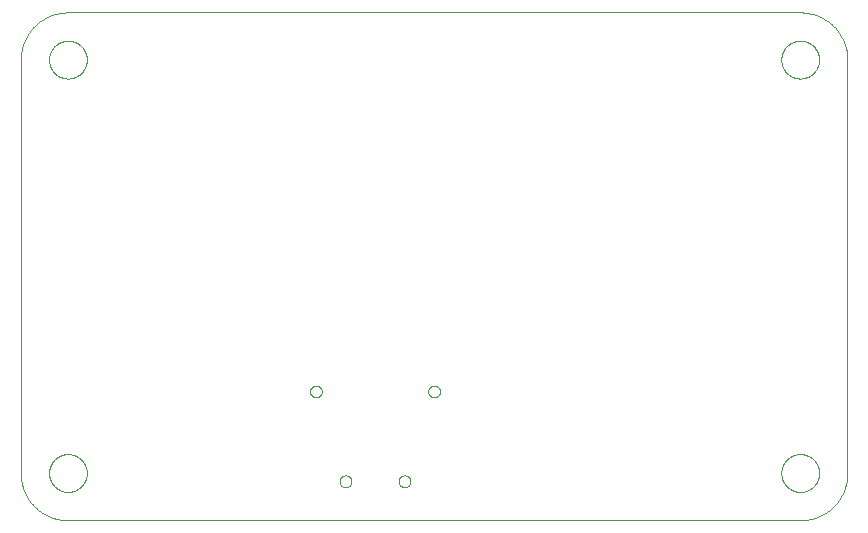
<source format=gko>
G75*
%MOIN*%
%OFA0B0*%
%FSLAX25Y25*%
%IPPOS*%
%LPD*%
%AMOC8*
5,1,8,0,0,1.08239X$1,22.5*
%
%ADD10C,0.00000*%
D10*
X0062843Y0088933D02*
X0306937Y0088933D01*
X0300638Y0104681D02*
X0300640Y0104839D01*
X0300646Y0104997D01*
X0300656Y0105155D01*
X0300670Y0105313D01*
X0300688Y0105470D01*
X0300709Y0105627D01*
X0300735Y0105783D01*
X0300765Y0105939D01*
X0300798Y0106094D01*
X0300836Y0106247D01*
X0300877Y0106400D01*
X0300922Y0106552D01*
X0300971Y0106703D01*
X0301024Y0106852D01*
X0301080Y0107000D01*
X0301140Y0107146D01*
X0301204Y0107291D01*
X0301272Y0107434D01*
X0301343Y0107576D01*
X0301417Y0107716D01*
X0301495Y0107853D01*
X0301577Y0107989D01*
X0301661Y0108123D01*
X0301750Y0108254D01*
X0301841Y0108383D01*
X0301936Y0108510D01*
X0302033Y0108635D01*
X0302134Y0108757D01*
X0302238Y0108876D01*
X0302345Y0108993D01*
X0302455Y0109107D01*
X0302568Y0109218D01*
X0302683Y0109327D01*
X0302801Y0109432D01*
X0302922Y0109534D01*
X0303045Y0109634D01*
X0303171Y0109730D01*
X0303299Y0109823D01*
X0303429Y0109913D01*
X0303562Y0109999D01*
X0303697Y0110083D01*
X0303833Y0110162D01*
X0303972Y0110239D01*
X0304113Y0110311D01*
X0304255Y0110381D01*
X0304399Y0110446D01*
X0304545Y0110508D01*
X0304692Y0110566D01*
X0304841Y0110621D01*
X0304991Y0110672D01*
X0305142Y0110719D01*
X0305294Y0110762D01*
X0305447Y0110801D01*
X0305602Y0110837D01*
X0305757Y0110868D01*
X0305913Y0110896D01*
X0306069Y0110920D01*
X0306226Y0110940D01*
X0306384Y0110956D01*
X0306541Y0110968D01*
X0306700Y0110976D01*
X0306858Y0110980D01*
X0307016Y0110980D01*
X0307174Y0110976D01*
X0307333Y0110968D01*
X0307490Y0110956D01*
X0307648Y0110940D01*
X0307805Y0110920D01*
X0307961Y0110896D01*
X0308117Y0110868D01*
X0308272Y0110837D01*
X0308427Y0110801D01*
X0308580Y0110762D01*
X0308732Y0110719D01*
X0308883Y0110672D01*
X0309033Y0110621D01*
X0309182Y0110566D01*
X0309329Y0110508D01*
X0309475Y0110446D01*
X0309619Y0110381D01*
X0309761Y0110311D01*
X0309902Y0110239D01*
X0310041Y0110162D01*
X0310177Y0110083D01*
X0310312Y0109999D01*
X0310445Y0109913D01*
X0310575Y0109823D01*
X0310703Y0109730D01*
X0310829Y0109634D01*
X0310952Y0109534D01*
X0311073Y0109432D01*
X0311191Y0109327D01*
X0311306Y0109218D01*
X0311419Y0109107D01*
X0311529Y0108993D01*
X0311636Y0108876D01*
X0311740Y0108757D01*
X0311841Y0108635D01*
X0311938Y0108510D01*
X0312033Y0108383D01*
X0312124Y0108254D01*
X0312213Y0108123D01*
X0312297Y0107989D01*
X0312379Y0107853D01*
X0312457Y0107716D01*
X0312531Y0107576D01*
X0312602Y0107434D01*
X0312670Y0107291D01*
X0312734Y0107146D01*
X0312794Y0107000D01*
X0312850Y0106852D01*
X0312903Y0106703D01*
X0312952Y0106552D01*
X0312997Y0106400D01*
X0313038Y0106247D01*
X0313076Y0106094D01*
X0313109Y0105939D01*
X0313139Y0105783D01*
X0313165Y0105627D01*
X0313186Y0105470D01*
X0313204Y0105313D01*
X0313218Y0105155D01*
X0313228Y0104997D01*
X0313234Y0104839D01*
X0313236Y0104681D01*
X0313234Y0104523D01*
X0313228Y0104365D01*
X0313218Y0104207D01*
X0313204Y0104049D01*
X0313186Y0103892D01*
X0313165Y0103735D01*
X0313139Y0103579D01*
X0313109Y0103423D01*
X0313076Y0103268D01*
X0313038Y0103115D01*
X0312997Y0102962D01*
X0312952Y0102810D01*
X0312903Y0102659D01*
X0312850Y0102510D01*
X0312794Y0102362D01*
X0312734Y0102216D01*
X0312670Y0102071D01*
X0312602Y0101928D01*
X0312531Y0101786D01*
X0312457Y0101646D01*
X0312379Y0101509D01*
X0312297Y0101373D01*
X0312213Y0101239D01*
X0312124Y0101108D01*
X0312033Y0100979D01*
X0311938Y0100852D01*
X0311841Y0100727D01*
X0311740Y0100605D01*
X0311636Y0100486D01*
X0311529Y0100369D01*
X0311419Y0100255D01*
X0311306Y0100144D01*
X0311191Y0100035D01*
X0311073Y0099930D01*
X0310952Y0099828D01*
X0310829Y0099728D01*
X0310703Y0099632D01*
X0310575Y0099539D01*
X0310445Y0099449D01*
X0310312Y0099363D01*
X0310177Y0099279D01*
X0310041Y0099200D01*
X0309902Y0099123D01*
X0309761Y0099051D01*
X0309619Y0098981D01*
X0309475Y0098916D01*
X0309329Y0098854D01*
X0309182Y0098796D01*
X0309033Y0098741D01*
X0308883Y0098690D01*
X0308732Y0098643D01*
X0308580Y0098600D01*
X0308427Y0098561D01*
X0308272Y0098525D01*
X0308117Y0098494D01*
X0307961Y0098466D01*
X0307805Y0098442D01*
X0307648Y0098422D01*
X0307490Y0098406D01*
X0307333Y0098394D01*
X0307174Y0098386D01*
X0307016Y0098382D01*
X0306858Y0098382D01*
X0306700Y0098386D01*
X0306541Y0098394D01*
X0306384Y0098406D01*
X0306226Y0098422D01*
X0306069Y0098442D01*
X0305913Y0098466D01*
X0305757Y0098494D01*
X0305602Y0098525D01*
X0305447Y0098561D01*
X0305294Y0098600D01*
X0305142Y0098643D01*
X0304991Y0098690D01*
X0304841Y0098741D01*
X0304692Y0098796D01*
X0304545Y0098854D01*
X0304399Y0098916D01*
X0304255Y0098981D01*
X0304113Y0099051D01*
X0303972Y0099123D01*
X0303833Y0099200D01*
X0303697Y0099279D01*
X0303562Y0099363D01*
X0303429Y0099449D01*
X0303299Y0099539D01*
X0303171Y0099632D01*
X0303045Y0099728D01*
X0302922Y0099828D01*
X0302801Y0099930D01*
X0302683Y0100035D01*
X0302568Y0100144D01*
X0302455Y0100255D01*
X0302345Y0100369D01*
X0302238Y0100486D01*
X0302134Y0100605D01*
X0302033Y0100727D01*
X0301936Y0100852D01*
X0301841Y0100979D01*
X0301750Y0101108D01*
X0301661Y0101239D01*
X0301577Y0101373D01*
X0301495Y0101509D01*
X0301417Y0101646D01*
X0301343Y0101786D01*
X0301272Y0101928D01*
X0301204Y0102071D01*
X0301140Y0102216D01*
X0301080Y0102362D01*
X0301024Y0102510D01*
X0300971Y0102659D01*
X0300922Y0102810D01*
X0300877Y0102962D01*
X0300836Y0103115D01*
X0300798Y0103268D01*
X0300765Y0103423D01*
X0300735Y0103579D01*
X0300709Y0103735D01*
X0300688Y0103892D01*
X0300670Y0104049D01*
X0300656Y0104207D01*
X0300646Y0104365D01*
X0300640Y0104523D01*
X0300638Y0104681D01*
X0306937Y0088933D02*
X0307318Y0088938D01*
X0307698Y0088951D01*
X0308078Y0088974D01*
X0308457Y0089007D01*
X0308835Y0089048D01*
X0309212Y0089098D01*
X0309588Y0089158D01*
X0309963Y0089226D01*
X0310335Y0089304D01*
X0310706Y0089391D01*
X0311074Y0089486D01*
X0311440Y0089591D01*
X0311803Y0089704D01*
X0312164Y0089826D01*
X0312521Y0089956D01*
X0312875Y0090096D01*
X0313226Y0090243D01*
X0313573Y0090400D01*
X0313916Y0090564D01*
X0314255Y0090737D01*
X0314590Y0090918D01*
X0314921Y0091107D01*
X0315246Y0091304D01*
X0315567Y0091508D01*
X0315883Y0091721D01*
X0316193Y0091941D01*
X0316499Y0092168D01*
X0316798Y0092403D01*
X0317092Y0092645D01*
X0317380Y0092893D01*
X0317662Y0093149D01*
X0317937Y0093412D01*
X0318206Y0093681D01*
X0318469Y0093956D01*
X0318725Y0094238D01*
X0318973Y0094526D01*
X0319215Y0094820D01*
X0319450Y0095119D01*
X0319677Y0095425D01*
X0319897Y0095735D01*
X0320110Y0096051D01*
X0320314Y0096372D01*
X0320511Y0096697D01*
X0320700Y0097028D01*
X0320881Y0097363D01*
X0321054Y0097702D01*
X0321218Y0098045D01*
X0321375Y0098392D01*
X0321522Y0098743D01*
X0321662Y0099097D01*
X0321792Y0099454D01*
X0321914Y0099815D01*
X0322027Y0100178D01*
X0322132Y0100544D01*
X0322227Y0100912D01*
X0322314Y0101283D01*
X0322392Y0101655D01*
X0322460Y0102030D01*
X0322520Y0102406D01*
X0322570Y0102783D01*
X0322611Y0103161D01*
X0322644Y0103540D01*
X0322667Y0103920D01*
X0322680Y0104300D01*
X0322685Y0104681D01*
X0322685Y0242476D01*
X0300638Y0242476D02*
X0300640Y0242634D01*
X0300646Y0242792D01*
X0300656Y0242950D01*
X0300670Y0243108D01*
X0300688Y0243265D01*
X0300709Y0243422D01*
X0300735Y0243578D01*
X0300765Y0243734D01*
X0300798Y0243889D01*
X0300836Y0244042D01*
X0300877Y0244195D01*
X0300922Y0244347D01*
X0300971Y0244498D01*
X0301024Y0244647D01*
X0301080Y0244795D01*
X0301140Y0244941D01*
X0301204Y0245086D01*
X0301272Y0245229D01*
X0301343Y0245371D01*
X0301417Y0245511D01*
X0301495Y0245648D01*
X0301577Y0245784D01*
X0301661Y0245918D01*
X0301750Y0246049D01*
X0301841Y0246178D01*
X0301936Y0246305D01*
X0302033Y0246430D01*
X0302134Y0246552D01*
X0302238Y0246671D01*
X0302345Y0246788D01*
X0302455Y0246902D01*
X0302568Y0247013D01*
X0302683Y0247122D01*
X0302801Y0247227D01*
X0302922Y0247329D01*
X0303045Y0247429D01*
X0303171Y0247525D01*
X0303299Y0247618D01*
X0303429Y0247708D01*
X0303562Y0247794D01*
X0303697Y0247878D01*
X0303833Y0247957D01*
X0303972Y0248034D01*
X0304113Y0248106D01*
X0304255Y0248176D01*
X0304399Y0248241D01*
X0304545Y0248303D01*
X0304692Y0248361D01*
X0304841Y0248416D01*
X0304991Y0248467D01*
X0305142Y0248514D01*
X0305294Y0248557D01*
X0305447Y0248596D01*
X0305602Y0248632D01*
X0305757Y0248663D01*
X0305913Y0248691D01*
X0306069Y0248715D01*
X0306226Y0248735D01*
X0306384Y0248751D01*
X0306541Y0248763D01*
X0306700Y0248771D01*
X0306858Y0248775D01*
X0307016Y0248775D01*
X0307174Y0248771D01*
X0307333Y0248763D01*
X0307490Y0248751D01*
X0307648Y0248735D01*
X0307805Y0248715D01*
X0307961Y0248691D01*
X0308117Y0248663D01*
X0308272Y0248632D01*
X0308427Y0248596D01*
X0308580Y0248557D01*
X0308732Y0248514D01*
X0308883Y0248467D01*
X0309033Y0248416D01*
X0309182Y0248361D01*
X0309329Y0248303D01*
X0309475Y0248241D01*
X0309619Y0248176D01*
X0309761Y0248106D01*
X0309902Y0248034D01*
X0310041Y0247957D01*
X0310177Y0247878D01*
X0310312Y0247794D01*
X0310445Y0247708D01*
X0310575Y0247618D01*
X0310703Y0247525D01*
X0310829Y0247429D01*
X0310952Y0247329D01*
X0311073Y0247227D01*
X0311191Y0247122D01*
X0311306Y0247013D01*
X0311419Y0246902D01*
X0311529Y0246788D01*
X0311636Y0246671D01*
X0311740Y0246552D01*
X0311841Y0246430D01*
X0311938Y0246305D01*
X0312033Y0246178D01*
X0312124Y0246049D01*
X0312213Y0245918D01*
X0312297Y0245784D01*
X0312379Y0245648D01*
X0312457Y0245511D01*
X0312531Y0245371D01*
X0312602Y0245229D01*
X0312670Y0245086D01*
X0312734Y0244941D01*
X0312794Y0244795D01*
X0312850Y0244647D01*
X0312903Y0244498D01*
X0312952Y0244347D01*
X0312997Y0244195D01*
X0313038Y0244042D01*
X0313076Y0243889D01*
X0313109Y0243734D01*
X0313139Y0243578D01*
X0313165Y0243422D01*
X0313186Y0243265D01*
X0313204Y0243108D01*
X0313218Y0242950D01*
X0313228Y0242792D01*
X0313234Y0242634D01*
X0313236Y0242476D01*
X0313234Y0242318D01*
X0313228Y0242160D01*
X0313218Y0242002D01*
X0313204Y0241844D01*
X0313186Y0241687D01*
X0313165Y0241530D01*
X0313139Y0241374D01*
X0313109Y0241218D01*
X0313076Y0241063D01*
X0313038Y0240910D01*
X0312997Y0240757D01*
X0312952Y0240605D01*
X0312903Y0240454D01*
X0312850Y0240305D01*
X0312794Y0240157D01*
X0312734Y0240011D01*
X0312670Y0239866D01*
X0312602Y0239723D01*
X0312531Y0239581D01*
X0312457Y0239441D01*
X0312379Y0239304D01*
X0312297Y0239168D01*
X0312213Y0239034D01*
X0312124Y0238903D01*
X0312033Y0238774D01*
X0311938Y0238647D01*
X0311841Y0238522D01*
X0311740Y0238400D01*
X0311636Y0238281D01*
X0311529Y0238164D01*
X0311419Y0238050D01*
X0311306Y0237939D01*
X0311191Y0237830D01*
X0311073Y0237725D01*
X0310952Y0237623D01*
X0310829Y0237523D01*
X0310703Y0237427D01*
X0310575Y0237334D01*
X0310445Y0237244D01*
X0310312Y0237158D01*
X0310177Y0237074D01*
X0310041Y0236995D01*
X0309902Y0236918D01*
X0309761Y0236846D01*
X0309619Y0236776D01*
X0309475Y0236711D01*
X0309329Y0236649D01*
X0309182Y0236591D01*
X0309033Y0236536D01*
X0308883Y0236485D01*
X0308732Y0236438D01*
X0308580Y0236395D01*
X0308427Y0236356D01*
X0308272Y0236320D01*
X0308117Y0236289D01*
X0307961Y0236261D01*
X0307805Y0236237D01*
X0307648Y0236217D01*
X0307490Y0236201D01*
X0307333Y0236189D01*
X0307174Y0236181D01*
X0307016Y0236177D01*
X0306858Y0236177D01*
X0306700Y0236181D01*
X0306541Y0236189D01*
X0306384Y0236201D01*
X0306226Y0236217D01*
X0306069Y0236237D01*
X0305913Y0236261D01*
X0305757Y0236289D01*
X0305602Y0236320D01*
X0305447Y0236356D01*
X0305294Y0236395D01*
X0305142Y0236438D01*
X0304991Y0236485D01*
X0304841Y0236536D01*
X0304692Y0236591D01*
X0304545Y0236649D01*
X0304399Y0236711D01*
X0304255Y0236776D01*
X0304113Y0236846D01*
X0303972Y0236918D01*
X0303833Y0236995D01*
X0303697Y0237074D01*
X0303562Y0237158D01*
X0303429Y0237244D01*
X0303299Y0237334D01*
X0303171Y0237427D01*
X0303045Y0237523D01*
X0302922Y0237623D01*
X0302801Y0237725D01*
X0302683Y0237830D01*
X0302568Y0237939D01*
X0302455Y0238050D01*
X0302345Y0238164D01*
X0302238Y0238281D01*
X0302134Y0238400D01*
X0302033Y0238522D01*
X0301936Y0238647D01*
X0301841Y0238774D01*
X0301750Y0238903D01*
X0301661Y0239034D01*
X0301577Y0239168D01*
X0301495Y0239304D01*
X0301417Y0239441D01*
X0301343Y0239581D01*
X0301272Y0239723D01*
X0301204Y0239866D01*
X0301140Y0240011D01*
X0301080Y0240157D01*
X0301024Y0240305D01*
X0300971Y0240454D01*
X0300922Y0240605D01*
X0300877Y0240757D01*
X0300836Y0240910D01*
X0300798Y0241063D01*
X0300765Y0241218D01*
X0300735Y0241374D01*
X0300709Y0241530D01*
X0300688Y0241687D01*
X0300670Y0241844D01*
X0300656Y0242002D01*
X0300646Y0242160D01*
X0300640Y0242318D01*
X0300638Y0242476D01*
X0306937Y0258224D02*
X0307318Y0258219D01*
X0307698Y0258206D01*
X0308078Y0258183D01*
X0308457Y0258150D01*
X0308835Y0258109D01*
X0309212Y0258059D01*
X0309588Y0257999D01*
X0309963Y0257931D01*
X0310335Y0257853D01*
X0310706Y0257766D01*
X0311074Y0257671D01*
X0311440Y0257566D01*
X0311803Y0257453D01*
X0312164Y0257331D01*
X0312521Y0257201D01*
X0312875Y0257061D01*
X0313226Y0256914D01*
X0313573Y0256757D01*
X0313916Y0256593D01*
X0314255Y0256420D01*
X0314590Y0256239D01*
X0314921Y0256050D01*
X0315246Y0255853D01*
X0315567Y0255649D01*
X0315883Y0255436D01*
X0316193Y0255216D01*
X0316499Y0254989D01*
X0316798Y0254754D01*
X0317092Y0254512D01*
X0317380Y0254264D01*
X0317662Y0254008D01*
X0317937Y0253745D01*
X0318206Y0253476D01*
X0318469Y0253201D01*
X0318725Y0252919D01*
X0318973Y0252631D01*
X0319215Y0252337D01*
X0319450Y0252038D01*
X0319677Y0251732D01*
X0319897Y0251422D01*
X0320110Y0251106D01*
X0320314Y0250785D01*
X0320511Y0250460D01*
X0320700Y0250129D01*
X0320881Y0249794D01*
X0321054Y0249455D01*
X0321218Y0249112D01*
X0321375Y0248765D01*
X0321522Y0248414D01*
X0321662Y0248060D01*
X0321792Y0247703D01*
X0321914Y0247342D01*
X0322027Y0246979D01*
X0322132Y0246613D01*
X0322227Y0246245D01*
X0322314Y0245874D01*
X0322392Y0245502D01*
X0322460Y0245127D01*
X0322520Y0244751D01*
X0322570Y0244374D01*
X0322611Y0243996D01*
X0322644Y0243617D01*
X0322667Y0243237D01*
X0322680Y0242857D01*
X0322685Y0242476D01*
X0306937Y0258224D02*
X0062843Y0258224D01*
X0056544Y0242476D02*
X0056546Y0242634D01*
X0056552Y0242792D01*
X0056562Y0242950D01*
X0056576Y0243108D01*
X0056594Y0243265D01*
X0056615Y0243422D01*
X0056641Y0243578D01*
X0056671Y0243734D01*
X0056704Y0243889D01*
X0056742Y0244042D01*
X0056783Y0244195D01*
X0056828Y0244347D01*
X0056877Y0244498D01*
X0056930Y0244647D01*
X0056986Y0244795D01*
X0057046Y0244941D01*
X0057110Y0245086D01*
X0057178Y0245229D01*
X0057249Y0245371D01*
X0057323Y0245511D01*
X0057401Y0245648D01*
X0057483Y0245784D01*
X0057567Y0245918D01*
X0057656Y0246049D01*
X0057747Y0246178D01*
X0057842Y0246305D01*
X0057939Y0246430D01*
X0058040Y0246552D01*
X0058144Y0246671D01*
X0058251Y0246788D01*
X0058361Y0246902D01*
X0058474Y0247013D01*
X0058589Y0247122D01*
X0058707Y0247227D01*
X0058828Y0247329D01*
X0058951Y0247429D01*
X0059077Y0247525D01*
X0059205Y0247618D01*
X0059335Y0247708D01*
X0059468Y0247794D01*
X0059603Y0247878D01*
X0059739Y0247957D01*
X0059878Y0248034D01*
X0060019Y0248106D01*
X0060161Y0248176D01*
X0060305Y0248241D01*
X0060451Y0248303D01*
X0060598Y0248361D01*
X0060747Y0248416D01*
X0060897Y0248467D01*
X0061048Y0248514D01*
X0061200Y0248557D01*
X0061353Y0248596D01*
X0061508Y0248632D01*
X0061663Y0248663D01*
X0061819Y0248691D01*
X0061975Y0248715D01*
X0062132Y0248735D01*
X0062290Y0248751D01*
X0062447Y0248763D01*
X0062606Y0248771D01*
X0062764Y0248775D01*
X0062922Y0248775D01*
X0063080Y0248771D01*
X0063239Y0248763D01*
X0063396Y0248751D01*
X0063554Y0248735D01*
X0063711Y0248715D01*
X0063867Y0248691D01*
X0064023Y0248663D01*
X0064178Y0248632D01*
X0064333Y0248596D01*
X0064486Y0248557D01*
X0064638Y0248514D01*
X0064789Y0248467D01*
X0064939Y0248416D01*
X0065088Y0248361D01*
X0065235Y0248303D01*
X0065381Y0248241D01*
X0065525Y0248176D01*
X0065667Y0248106D01*
X0065808Y0248034D01*
X0065947Y0247957D01*
X0066083Y0247878D01*
X0066218Y0247794D01*
X0066351Y0247708D01*
X0066481Y0247618D01*
X0066609Y0247525D01*
X0066735Y0247429D01*
X0066858Y0247329D01*
X0066979Y0247227D01*
X0067097Y0247122D01*
X0067212Y0247013D01*
X0067325Y0246902D01*
X0067435Y0246788D01*
X0067542Y0246671D01*
X0067646Y0246552D01*
X0067747Y0246430D01*
X0067844Y0246305D01*
X0067939Y0246178D01*
X0068030Y0246049D01*
X0068119Y0245918D01*
X0068203Y0245784D01*
X0068285Y0245648D01*
X0068363Y0245511D01*
X0068437Y0245371D01*
X0068508Y0245229D01*
X0068576Y0245086D01*
X0068640Y0244941D01*
X0068700Y0244795D01*
X0068756Y0244647D01*
X0068809Y0244498D01*
X0068858Y0244347D01*
X0068903Y0244195D01*
X0068944Y0244042D01*
X0068982Y0243889D01*
X0069015Y0243734D01*
X0069045Y0243578D01*
X0069071Y0243422D01*
X0069092Y0243265D01*
X0069110Y0243108D01*
X0069124Y0242950D01*
X0069134Y0242792D01*
X0069140Y0242634D01*
X0069142Y0242476D01*
X0069140Y0242318D01*
X0069134Y0242160D01*
X0069124Y0242002D01*
X0069110Y0241844D01*
X0069092Y0241687D01*
X0069071Y0241530D01*
X0069045Y0241374D01*
X0069015Y0241218D01*
X0068982Y0241063D01*
X0068944Y0240910D01*
X0068903Y0240757D01*
X0068858Y0240605D01*
X0068809Y0240454D01*
X0068756Y0240305D01*
X0068700Y0240157D01*
X0068640Y0240011D01*
X0068576Y0239866D01*
X0068508Y0239723D01*
X0068437Y0239581D01*
X0068363Y0239441D01*
X0068285Y0239304D01*
X0068203Y0239168D01*
X0068119Y0239034D01*
X0068030Y0238903D01*
X0067939Y0238774D01*
X0067844Y0238647D01*
X0067747Y0238522D01*
X0067646Y0238400D01*
X0067542Y0238281D01*
X0067435Y0238164D01*
X0067325Y0238050D01*
X0067212Y0237939D01*
X0067097Y0237830D01*
X0066979Y0237725D01*
X0066858Y0237623D01*
X0066735Y0237523D01*
X0066609Y0237427D01*
X0066481Y0237334D01*
X0066351Y0237244D01*
X0066218Y0237158D01*
X0066083Y0237074D01*
X0065947Y0236995D01*
X0065808Y0236918D01*
X0065667Y0236846D01*
X0065525Y0236776D01*
X0065381Y0236711D01*
X0065235Y0236649D01*
X0065088Y0236591D01*
X0064939Y0236536D01*
X0064789Y0236485D01*
X0064638Y0236438D01*
X0064486Y0236395D01*
X0064333Y0236356D01*
X0064178Y0236320D01*
X0064023Y0236289D01*
X0063867Y0236261D01*
X0063711Y0236237D01*
X0063554Y0236217D01*
X0063396Y0236201D01*
X0063239Y0236189D01*
X0063080Y0236181D01*
X0062922Y0236177D01*
X0062764Y0236177D01*
X0062606Y0236181D01*
X0062447Y0236189D01*
X0062290Y0236201D01*
X0062132Y0236217D01*
X0061975Y0236237D01*
X0061819Y0236261D01*
X0061663Y0236289D01*
X0061508Y0236320D01*
X0061353Y0236356D01*
X0061200Y0236395D01*
X0061048Y0236438D01*
X0060897Y0236485D01*
X0060747Y0236536D01*
X0060598Y0236591D01*
X0060451Y0236649D01*
X0060305Y0236711D01*
X0060161Y0236776D01*
X0060019Y0236846D01*
X0059878Y0236918D01*
X0059739Y0236995D01*
X0059603Y0237074D01*
X0059468Y0237158D01*
X0059335Y0237244D01*
X0059205Y0237334D01*
X0059077Y0237427D01*
X0058951Y0237523D01*
X0058828Y0237623D01*
X0058707Y0237725D01*
X0058589Y0237830D01*
X0058474Y0237939D01*
X0058361Y0238050D01*
X0058251Y0238164D01*
X0058144Y0238281D01*
X0058040Y0238400D01*
X0057939Y0238522D01*
X0057842Y0238647D01*
X0057747Y0238774D01*
X0057656Y0238903D01*
X0057567Y0239034D01*
X0057483Y0239168D01*
X0057401Y0239304D01*
X0057323Y0239441D01*
X0057249Y0239581D01*
X0057178Y0239723D01*
X0057110Y0239866D01*
X0057046Y0240011D01*
X0056986Y0240157D01*
X0056930Y0240305D01*
X0056877Y0240454D01*
X0056828Y0240605D01*
X0056783Y0240757D01*
X0056742Y0240910D01*
X0056704Y0241063D01*
X0056671Y0241218D01*
X0056641Y0241374D01*
X0056615Y0241530D01*
X0056594Y0241687D01*
X0056576Y0241844D01*
X0056562Y0242002D01*
X0056552Y0242160D01*
X0056546Y0242318D01*
X0056544Y0242476D01*
X0047095Y0242476D02*
X0047100Y0242857D01*
X0047113Y0243237D01*
X0047136Y0243617D01*
X0047169Y0243996D01*
X0047210Y0244374D01*
X0047260Y0244751D01*
X0047320Y0245127D01*
X0047388Y0245502D01*
X0047466Y0245874D01*
X0047553Y0246245D01*
X0047648Y0246613D01*
X0047753Y0246979D01*
X0047866Y0247342D01*
X0047988Y0247703D01*
X0048118Y0248060D01*
X0048258Y0248414D01*
X0048405Y0248765D01*
X0048562Y0249112D01*
X0048726Y0249455D01*
X0048899Y0249794D01*
X0049080Y0250129D01*
X0049269Y0250460D01*
X0049466Y0250785D01*
X0049670Y0251106D01*
X0049883Y0251422D01*
X0050103Y0251732D01*
X0050330Y0252038D01*
X0050565Y0252337D01*
X0050807Y0252631D01*
X0051055Y0252919D01*
X0051311Y0253201D01*
X0051574Y0253476D01*
X0051843Y0253745D01*
X0052118Y0254008D01*
X0052400Y0254264D01*
X0052688Y0254512D01*
X0052982Y0254754D01*
X0053281Y0254989D01*
X0053587Y0255216D01*
X0053897Y0255436D01*
X0054213Y0255649D01*
X0054534Y0255853D01*
X0054859Y0256050D01*
X0055190Y0256239D01*
X0055525Y0256420D01*
X0055864Y0256593D01*
X0056207Y0256757D01*
X0056554Y0256914D01*
X0056905Y0257061D01*
X0057259Y0257201D01*
X0057616Y0257331D01*
X0057977Y0257453D01*
X0058340Y0257566D01*
X0058706Y0257671D01*
X0059074Y0257766D01*
X0059445Y0257853D01*
X0059817Y0257931D01*
X0060192Y0257999D01*
X0060568Y0258059D01*
X0060945Y0258109D01*
X0061323Y0258150D01*
X0061702Y0258183D01*
X0062082Y0258206D01*
X0062462Y0258219D01*
X0062843Y0258224D01*
X0047094Y0242476D02*
X0047094Y0104681D01*
X0056544Y0104681D02*
X0056546Y0104839D01*
X0056552Y0104997D01*
X0056562Y0105155D01*
X0056576Y0105313D01*
X0056594Y0105470D01*
X0056615Y0105627D01*
X0056641Y0105783D01*
X0056671Y0105939D01*
X0056704Y0106094D01*
X0056742Y0106247D01*
X0056783Y0106400D01*
X0056828Y0106552D01*
X0056877Y0106703D01*
X0056930Y0106852D01*
X0056986Y0107000D01*
X0057046Y0107146D01*
X0057110Y0107291D01*
X0057178Y0107434D01*
X0057249Y0107576D01*
X0057323Y0107716D01*
X0057401Y0107853D01*
X0057483Y0107989D01*
X0057567Y0108123D01*
X0057656Y0108254D01*
X0057747Y0108383D01*
X0057842Y0108510D01*
X0057939Y0108635D01*
X0058040Y0108757D01*
X0058144Y0108876D01*
X0058251Y0108993D01*
X0058361Y0109107D01*
X0058474Y0109218D01*
X0058589Y0109327D01*
X0058707Y0109432D01*
X0058828Y0109534D01*
X0058951Y0109634D01*
X0059077Y0109730D01*
X0059205Y0109823D01*
X0059335Y0109913D01*
X0059468Y0109999D01*
X0059603Y0110083D01*
X0059739Y0110162D01*
X0059878Y0110239D01*
X0060019Y0110311D01*
X0060161Y0110381D01*
X0060305Y0110446D01*
X0060451Y0110508D01*
X0060598Y0110566D01*
X0060747Y0110621D01*
X0060897Y0110672D01*
X0061048Y0110719D01*
X0061200Y0110762D01*
X0061353Y0110801D01*
X0061508Y0110837D01*
X0061663Y0110868D01*
X0061819Y0110896D01*
X0061975Y0110920D01*
X0062132Y0110940D01*
X0062290Y0110956D01*
X0062447Y0110968D01*
X0062606Y0110976D01*
X0062764Y0110980D01*
X0062922Y0110980D01*
X0063080Y0110976D01*
X0063239Y0110968D01*
X0063396Y0110956D01*
X0063554Y0110940D01*
X0063711Y0110920D01*
X0063867Y0110896D01*
X0064023Y0110868D01*
X0064178Y0110837D01*
X0064333Y0110801D01*
X0064486Y0110762D01*
X0064638Y0110719D01*
X0064789Y0110672D01*
X0064939Y0110621D01*
X0065088Y0110566D01*
X0065235Y0110508D01*
X0065381Y0110446D01*
X0065525Y0110381D01*
X0065667Y0110311D01*
X0065808Y0110239D01*
X0065947Y0110162D01*
X0066083Y0110083D01*
X0066218Y0109999D01*
X0066351Y0109913D01*
X0066481Y0109823D01*
X0066609Y0109730D01*
X0066735Y0109634D01*
X0066858Y0109534D01*
X0066979Y0109432D01*
X0067097Y0109327D01*
X0067212Y0109218D01*
X0067325Y0109107D01*
X0067435Y0108993D01*
X0067542Y0108876D01*
X0067646Y0108757D01*
X0067747Y0108635D01*
X0067844Y0108510D01*
X0067939Y0108383D01*
X0068030Y0108254D01*
X0068119Y0108123D01*
X0068203Y0107989D01*
X0068285Y0107853D01*
X0068363Y0107716D01*
X0068437Y0107576D01*
X0068508Y0107434D01*
X0068576Y0107291D01*
X0068640Y0107146D01*
X0068700Y0107000D01*
X0068756Y0106852D01*
X0068809Y0106703D01*
X0068858Y0106552D01*
X0068903Y0106400D01*
X0068944Y0106247D01*
X0068982Y0106094D01*
X0069015Y0105939D01*
X0069045Y0105783D01*
X0069071Y0105627D01*
X0069092Y0105470D01*
X0069110Y0105313D01*
X0069124Y0105155D01*
X0069134Y0104997D01*
X0069140Y0104839D01*
X0069142Y0104681D01*
X0069140Y0104523D01*
X0069134Y0104365D01*
X0069124Y0104207D01*
X0069110Y0104049D01*
X0069092Y0103892D01*
X0069071Y0103735D01*
X0069045Y0103579D01*
X0069015Y0103423D01*
X0068982Y0103268D01*
X0068944Y0103115D01*
X0068903Y0102962D01*
X0068858Y0102810D01*
X0068809Y0102659D01*
X0068756Y0102510D01*
X0068700Y0102362D01*
X0068640Y0102216D01*
X0068576Y0102071D01*
X0068508Y0101928D01*
X0068437Y0101786D01*
X0068363Y0101646D01*
X0068285Y0101509D01*
X0068203Y0101373D01*
X0068119Y0101239D01*
X0068030Y0101108D01*
X0067939Y0100979D01*
X0067844Y0100852D01*
X0067747Y0100727D01*
X0067646Y0100605D01*
X0067542Y0100486D01*
X0067435Y0100369D01*
X0067325Y0100255D01*
X0067212Y0100144D01*
X0067097Y0100035D01*
X0066979Y0099930D01*
X0066858Y0099828D01*
X0066735Y0099728D01*
X0066609Y0099632D01*
X0066481Y0099539D01*
X0066351Y0099449D01*
X0066218Y0099363D01*
X0066083Y0099279D01*
X0065947Y0099200D01*
X0065808Y0099123D01*
X0065667Y0099051D01*
X0065525Y0098981D01*
X0065381Y0098916D01*
X0065235Y0098854D01*
X0065088Y0098796D01*
X0064939Y0098741D01*
X0064789Y0098690D01*
X0064638Y0098643D01*
X0064486Y0098600D01*
X0064333Y0098561D01*
X0064178Y0098525D01*
X0064023Y0098494D01*
X0063867Y0098466D01*
X0063711Y0098442D01*
X0063554Y0098422D01*
X0063396Y0098406D01*
X0063239Y0098394D01*
X0063080Y0098386D01*
X0062922Y0098382D01*
X0062764Y0098382D01*
X0062606Y0098386D01*
X0062447Y0098394D01*
X0062290Y0098406D01*
X0062132Y0098422D01*
X0061975Y0098442D01*
X0061819Y0098466D01*
X0061663Y0098494D01*
X0061508Y0098525D01*
X0061353Y0098561D01*
X0061200Y0098600D01*
X0061048Y0098643D01*
X0060897Y0098690D01*
X0060747Y0098741D01*
X0060598Y0098796D01*
X0060451Y0098854D01*
X0060305Y0098916D01*
X0060161Y0098981D01*
X0060019Y0099051D01*
X0059878Y0099123D01*
X0059739Y0099200D01*
X0059603Y0099279D01*
X0059468Y0099363D01*
X0059335Y0099449D01*
X0059205Y0099539D01*
X0059077Y0099632D01*
X0058951Y0099728D01*
X0058828Y0099828D01*
X0058707Y0099930D01*
X0058589Y0100035D01*
X0058474Y0100144D01*
X0058361Y0100255D01*
X0058251Y0100369D01*
X0058144Y0100486D01*
X0058040Y0100605D01*
X0057939Y0100727D01*
X0057842Y0100852D01*
X0057747Y0100979D01*
X0057656Y0101108D01*
X0057567Y0101239D01*
X0057483Y0101373D01*
X0057401Y0101509D01*
X0057323Y0101646D01*
X0057249Y0101786D01*
X0057178Y0101928D01*
X0057110Y0102071D01*
X0057046Y0102216D01*
X0056986Y0102362D01*
X0056930Y0102510D01*
X0056877Y0102659D01*
X0056828Y0102810D01*
X0056783Y0102962D01*
X0056742Y0103115D01*
X0056704Y0103268D01*
X0056671Y0103423D01*
X0056641Y0103579D01*
X0056615Y0103735D01*
X0056594Y0103892D01*
X0056576Y0104049D01*
X0056562Y0104207D01*
X0056552Y0104365D01*
X0056546Y0104523D01*
X0056544Y0104681D01*
X0047095Y0104681D02*
X0047100Y0104300D01*
X0047113Y0103920D01*
X0047136Y0103540D01*
X0047169Y0103161D01*
X0047210Y0102783D01*
X0047260Y0102406D01*
X0047320Y0102030D01*
X0047388Y0101655D01*
X0047466Y0101283D01*
X0047553Y0100912D01*
X0047648Y0100544D01*
X0047753Y0100178D01*
X0047866Y0099815D01*
X0047988Y0099454D01*
X0048118Y0099097D01*
X0048258Y0098743D01*
X0048405Y0098392D01*
X0048562Y0098045D01*
X0048726Y0097702D01*
X0048899Y0097363D01*
X0049080Y0097028D01*
X0049269Y0096697D01*
X0049466Y0096372D01*
X0049670Y0096051D01*
X0049883Y0095735D01*
X0050103Y0095425D01*
X0050330Y0095119D01*
X0050565Y0094820D01*
X0050807Y0094526D01*
X0051055Y0094238D01*
X0051311Y0093956D01*
X0051574Y0093681D01*
X0051843Y0093412D01*
X0052118Y0093149D01*
X0052400Y0092893D01*
X0052688Y0092645D01*
X0052982Y0092403D01*
X0053281Y0092168D01*
X0053587Y0091941D01*
X0053897Y0091721D01*
X0054213Y0091508D01*
X0054534Y0091304D01*
X0054859Y0091107D01*
X0055190Y0090918D01*
X0055525Y0090737D01*
X0055864Y0090564D01*
X0056207Y0090400D01*
X0056554Y0090243D01*
X0056905Y0090096D01*
X0057259Y0089956D01*
X0057616Y0089826D01*
X0057977Y0089704D01*
X0058340Y0089591D01*
X0058706Y0089486D01*
X0059074Y0089391D01*
X0059445Y0089304D01*
X0059817Y0089226D01*
X0060192Y0089158D01*
X0060568Y0089098D01*
X0060945Y0089048D01*
X0061323Y0089007D01*
X0061702Y0088974D01*
X0062082Y0088951D01*
X0062462Y0088938D01*
X0062843Y0088933D01*
X0143551Y0131846D02*
X0143553Y0131934D01*
X0143559Y0132022D01*
X0143569Y0132110D01*
X0143583Y0132198D01*
X0143600Y0132284D01*
X0143622Y0132370D01*
X0143647Y0132454D01*
X0143677Y0132538D01*
X0143709Y0132620D01*
X0143746Y0132700D01*
X0143786Y0132779D01*
X0143830Y0132856D01*
X0143877Y0132931D01*
X0143927Y0133003D01*
X0143981Y0133074D01*
X0144037Y0133141D01*
X0144097Y0133207D01*
X0144159Y0133269D01*
X0144225Y0133329D01*
X0144292Y0133385D01*
X0144363Y0133439D01*
X0144435Y0133489D01*
X0144510Y0133536D01*
X0144587Y0133580D01*
X0144666Y0133620D01*
X0144746Y0133657D01*
X0144828Y0133689D01*
X0144912Y0133719D01*
X0144996Y0133744D01*
X0145082Y0133766D01*
X0145168Y0133783D01*
X0145256Y0133797D01*
X0145344Y0133807D01*
X0145432Y0133813D01*
X0145520Y0133815D01*
X0145608Y0133813D01*
X0145696Y0133807D01*
X0145784Y0133797D01*
X0145872Y0133783D01*
X0145958Y0133766D01*
X0146044Y0133744D01*
X0146128Y0133719D01*
X0146212Y0133689D01*
X0146294Y0133657D01*
X0146374Y0133620D01*
X0146453Y0133580D01*
X0146530Y0133536D01*
X0146605Y0133489D01*
X0146677Y0133439D01*
X0146748Y0133385D01*
X0146815Y0133329D01*
X0146881Y0133269D01*
X0146943Y0133207D01*
X0147003Y0133141D01*
X0147059Y0133074D01*
X0147113Y0133003D01*
X0147163Y0132931D01*
X0147210Y0132856D01*
X0147254Y0132779D01*
X0147294Y0132700D01*
X0147331Y0132620D01*
X0147363Y0132538D01*
X0147393Y0132454D01*
X0147418Y0132370D01*
X0147440Y0132284D01*
X0147457Y0132198D01*
X0147471Y0132110D01*
X0147481Y0132022D01*
X0147487Y0131934D01*
X0147489Y0131846D01*
X0147487Y0131758D01*
X0147481Y0131670D01*
X0147471Y0131582D01*
X0147457Y0131494D01*
X0147440Y0131408D01*
X0147418Y0131322D01*
X0147393Y0131238D01*
X0147363Y0131154D01*
X0147331Y0131072D01*
X0147294Y0130992D01*
X0147254Y0130913D01*
X0147210Y0130836D01*
X0147163Y0130761D01*
X0147113Y0130689D01*
X0147059Y0130618D01*
X0147003Y0130551D01*
X0146943Y0130485D01*
X0146881Y0130423D01*
X0146815Y0130363D01*
X0146748Y0130307D01*
X0146677Y0130253D01*
X0146605Y0130203D01*
X0146530Y0130156D01*
X0146453Y0130112D01*
X0146374Y0130072D01*
X0146294Y0130035D01*
X0146212Y0130003D01*
X0146128Y0129973D01*
X0146044Y0129948D01*
X0145958Y0129926D01*
X0145872Y0129909D01*
X0145784Y0129895D01*
X0145696Y0129885D01*
X0145608Y0129879D01*
X0145520Y0129877D01*
X0145432Y0129879D01*
X0145344Y0129885D01*
X0145256Y0129895D01*
X0145168Y0129909D01*
X0145082Y0129926D01*
X0144996Y0129948D01*
X0144912Y0129973D01*
X0144828Y0130003D01*
X0144746Y0130035D01*
X0144666Y0130072D01*
X0144587Y0130112D01*
X0144510Y0130156D01*
X0144435Y0130203D01*
X0144363Y0130253D01*
X0144292Y0130307D01*
X0144225Y0130363D01*
X0144159Y0130423D01*
X0144097Y0130485D01*
X0144037Y0130551D01*
X0143981Y0130618D01*
X0143927Y0130689D01*
X0143877Y0130761D01*
X0143830Y0130836D01*
X0143786Y0130913D01*
X0143746Y0130992D01*
X0143709Y0131072D01*
X0143677Y0131154D01*
X0143647Y0131238D01*
X0143622Y0131322D01*
X0143600Y0131408D01*
X0143583Y0131494D01*
X0143569Y0131582D01*
X0143559Y0131670D01*
X0143553Y0131758D01*
X0143551Y0131846D01*
X0153393Y0101925D02*
X0153395Y0102013D01*
X0153401Y0102101D01*
X0153411Y0102189D01*
X0153425Y0102277D01*
X0153442Y0102363D01*
X0153464Y0102449D01*
X0153489Y0102533D01*
X0153519Y0102617D01*
X0153551Y0102699D01*
X0153588Y0102779D01*
X0153628Y0102858D01*
X0153672Y0102935D01*
X0153719Y0103010D01*
X0153769Y0103082D01*
X0153823Y0103153D01*
X0153879Y0103220D01*
X0153939Y0103286D01*
X0154001Y0103348D01*
X0154067Y0103408D01*
X0154134Y0103464D01*
X0154205Y0103518D01*
X0154277Y0103568D01*
X0154352Y0103615D01*
X0154429Y0103659D01*
X0154508Y0103699D01*
X0154588Y0103736D01*
X0154670Y0103768D01*
X0154754Y0103798D01*
X0154838Y0103823D01*
X0154924Y0103845D01*
X0155010Y0103862D01*
X0155098Y0103876D01*
X0155186Y0103886D01*
X0155274Y0103892D01*
X0155362Y0103894D01*
X0155450Y0103892D01*
X0155538Y0103886D01*
X0155626Y0103876D01*
X0155714Y0103862D01*
X0155800Y0103845D01*
X0155886Y0103823D01*
X0155970Y0103798D01*
X0156054Y0103768D01*
X0156136Y0103736D01*
X0156216Y0103699D01*
X0156295Y0103659D01*
X0156372Y0103615D01*
X0156447Y0103568D01*
X0156519Y0103518D01*
X0156590Y0103464D01*
X0156657Y0103408D01*
X0156723Y0103348D01*
X0156785Y0103286D01*
X0156845Y0103220D01*
X0156901Y0103153D01*
X0156955Y0103082D01*
X0157005Y0103010D01*
X0157052Y0102935D01*
X0157096Y0102858D01*
X0157136Y0102779D01*
X0157173Y0102699D01*
X0157205Y0102617D01*
X0157235Y0102533D01*
X0157260Y0102449D01*
X0157282Y0102363D01*
X0157299Y0102277D01*
X0157313Y0102189D01*
X0157323Y0102101D01*
X0157329Y0102013D01*
X0157331Y0101925D01*
X0157329Y0101837D01*
X0157323Y0101749D01*
X0157313Y0101661D01*
X0157299Y0101573D01*
X0157282Y0101487D01*
X0157260Y0101401D01*
X0157235Y0101317D01*
X0157205Y0101233D01*
X0157173Y0101151D01*
X0157136Y0101071D01*
X0157096Y0100992D01*
X0157052Y0100915D01*
X0157005Y0100840D01*
X0156955Y0100768D01*
X0156901Y0100697D01*
X0156845Y0100630D01*
X0156785Y0100564D01*
X0156723Y0100502D01*
X0156657Y0100442D01*
X0156590Y0100386D01*
X0156519Y0100332D01*
X0156447Y0100282D01*
X0156372Y0100235D01*
X0156295Y0100191D01*
X0156216Y0100151D01*
X0156136Y0100114D01*
X0156054Y0100082D01*
X0155970Y0100052D01*
X0155886Y0100027D01*
X0155800Y0100005D01*
X0155714Y0099988D01*
X0155626Y0099974D01*
X0155538Y0099964D01*
X0155450Y0099958D01*
X0155362Y0099956D01*
X0155274Y0099958D01*
X0155186Y0099964D01*
X0155098Y0099974D01*
X0155010Y0099988D01*
X0154924Y0100005D01*
X0154838Y0100027D01*
X0154754Y0100052D01*
X0154670Y0100082D01*
X0154588Y0100114D01*
X0154508Y0100151D01*
X0154429Y0100191D01*
X0154352Y0100235D01*
X0154277Y0100282D01*
X0154205Y0100332D01*
X0154134Y0100386D01*
X0154067Y0100442D01*
X0154001Y0100502D01*
X0153939Y0100564D01*
X0153879Y0100630D01*
X0153823Y0100697D01*
X0153769Y0100768D01*
X0153719Y0100840D01*
X0153672Y0100915D01*
X0153628Y0100992D01*
X0153588Y0101071D01*
X0153551Y0101151D01*
X0153519Y0101233D01*
X0153489Y0101317D01*
X0153464Y0101401D01*
X0153442Y0101487D01*
X0153425Y0101573D01*
X0153411Y0101661D01*
X0153401Y0101749D01*
X0153395Y0101837D01*
X0153393Y0101925D01*
X0173078Y0101925D02*
X0173080Y0102013D01*
X0173086Y0102101D01*
X0173096Y0102189D01*
X0173110Y0102277D01*
X0173127Y0102363D01*
X0173149Y0102449D01*
X0173174Y0102533D01*
X0173204Y0102617D01*
X0173236Y0102699D01*
X0173273Y0102779D01*
X0173313Y0102858D01*
X0173357Y0102935D01*
X0173404Y0103010D01*
X0173454Y0103082D01*
X0173508Y0103153D01*
X0173564Y0103220D01*
X0173624Y0103286D01*
X0173686Y0103348D01*
X0173752Y0103408D01*
X0173819Y0103464D01*
X0173890Y0103518D01*
X0173962Y0103568D01*
X0174037Y0103615D01*
X0174114Y0103659D01*
X0174193Y0103699D01*
X0174273Y0103736D01*
X0174355Y0103768D01*
X0174439Y0103798D01*
X0174523Y0103823D01*
X0174609Y0103845D01*
X0174695Y0103862D01*
X0174783Y0103876D01*
X0174871Y0103886D01*
X0174959Y0103892D01*
X0175047Y0103894D01*
X0175135Y0103892D01*
X0175223Y0103886D01*
X0175311Y0103876D01*
X0175399Y0103862D01*
X0175485Y0103845D01*
X0175571Y0103823D01*
X0175655Y0103798D01*
X0175739Y0103768D01*
X0175821Y0103736D01*
X0175901Y0103699D01*
X0175980Y0103659D01*
X0176057Y0103615D01*
X0176132Y0103568D01*
X0176204Y0103518D01*
X0176275Y0103464D01*
X0176342Y0103408D01*
X0176408Y0103348D01*
X0176470Y0103286D01*
X0176530Y0103220D01*
X0176586Y0103153D01*
X0176640Y0103082D01*
X0176690Y0103010D01*
X0176737Y0102935D01*
X0176781Y0102858D01*
X0176821Y0102779D01*
X0176858Y0102699D01*
X0176890Y0102617D01*
X0176920Y0102533D01*
X0176945Y0102449D01*
X0176967Y0102363D01*
X0176984Y0102277D01*
X0176998Y0102189D01*
X0177008Y0102101D01*
X0177014Y0102013D01*
X0177016Y0101925D01*
X0177014Y0101837D01*
X0177008Y0101749D01*
X0176998Y0101661D01*
X0176984Y0101573D01*
X0176967Y0101487D01*
X0176945Y0101401D01*
X0176920Y0101317D01*
X0176890Y0101233D01*
X0176858Y0101151D01*
X0176821Y0101071D01*
X0176781Y0100992D01*
X0176737Y0100915D01*
X0176690Y0100840D01*
X0176640Y0100768D01*
X0176586Y0100697D01*
X0176530Y0100630D01*
X0176470Y0100564D01*
X0176408Y0100502D01*
X0176342Y0100442D01*
X0176275Y0100386D01*
X0176204Y0100332D01*
X0176132Y0100282D01*
X0176057Y0100235D01*
X0175980Y0100191D01*
X0175901Y0100151D01*
X0175821Y0100114D01*
X0175739Y0100082D01*
X0175655Y0100052D01*
X0175571Y0100027D01*
X0175485Y0100005D01*
X0175399Y0099988D01*
X0175311Y0099974D01*
X0175223Y0099964D01*
X0175135Y0099958D01*
X0175047Y0099956D01*
X0174959Y0099958D01*
X0174871Y0099964D01*
X0174783Y0099974D01*
X0174695Y0099988D01*
X0174609Y0100005D01*
X0174523Y0100027D01*
X0174439Y0100052D01*
X0174355Y0100082D01*
X0174273Y0100114D01*
X0174193Y0100151D01*
X0174114Y0100191D01*
X0174037Y0100235D01*
X0173962Y0100282D01*
X0173890Y0100332D01*
X0173819Y0100386D01*
X0173752Y0100442D01*
X0173686Y0100502D01*
X0173624Y0100564D01*
X0173564Y0100630D01*
X0173508Y0100697D01*
X0173454Y0100768D01*
X0173404Y0100840D01*
X0173357Y0100915D01*
X0173313Y0100992D01*
X0173273Y0101071D01*
X0173236Y0101151D01*
X0173204Y0101233D01*
X0173174Y0101317D01*
X0173149Y0101401D01*
X0173127Y0101487D01*
X0173110Y0101573D01*
X0173096Y0101661D01*
X0173086Y0101749D01*
X0173080Y0101837D01*
X0173078Y0101925D01*
X0182921Y0131846D02*
X0182923Y0131934D01*
X0182929Y0132022D01*
X0182939Y0132110D01*
X0182953Y0132198D01*
X0182970Y0132284D01*
X0182992Y0132370D01*
X0183017Y0132454D01*
X0183047Y0132538D01*
X0183079Y0132620D01*
X0183116Y0132700D01*
X0183156Y0132779D01*
X0183200Y0132856D01*
X0183247Y0132931D01*
X0183297Y0133003D01*
X0183351Y0133074D01*
X0183407Y0133141D01*
X0183467Y0133207D01*
X0183529Y0133269D01*
X0183595Y0133329D01*
X0183662Y0133385D01*
X0183733Y0133439D01*
X0183805Y0133489D01*
X0183880Y0133536D01*
X0183957Y0133580D01*
X0184036Y0133620D01*
X0184116Y0133657D01*
X0184198Y0133689D01*
X0184282Y0133719D01*
X0184366Y0133744D01*
X0184452Y0133766D01*
X0184538Y0133783D01*
X0184626Y0133797D01*
X0184714Y0133807D01*
X0184802Y0133813D01*
X0184890Y0133815D01*
X0184978Y0133813D01*
X0185066Y0133807D01*
X0185154Y0133797D01*
X0185242Y0133783D01*
X0185328Y0133766D01*
X0185414Y0133744D01*
X0185498Y0133719D01*
X0185582Y0133689D01*
X0185664Y0133657D01*
X0185744Y0133620D01*
X0185823Y0133580D01*
X0185900Y0133536D01*
X0185975Y0133489D01*
X0186047Y0133439D01*
X0186118Y0133385D01*
X0186185Y0133329D01*
X0186251Y0133269D01*
X0186313Y0133207D01*
X0186373Y0133141D01*
X0186429Y0133074D01*
X0186483Y0133003D01*
X0186533Y0132931D01*
X0186580Y0132856D01*
X0186624Y0132779D01*
X0186664Y0132700D01*
X0186701Y0132620D01*
X0186733Y0132538D01*
X0186763Y0132454D01*
X0186788Y0132370D01*
X0186810Y0132284D01*
X0186827Y0132198D01*
X0186841Y0132110D01*
X0186851Y0132022D01*
X0186857Y0131934D01*
X0186859Y0131846D01*
X0186857Y0131758D01*
X0186851Y0131670D01*
X0186841Y0131582D01*
X0186827Y0131494D01*
X0186810Y0131408D01*
X0186788Y0131322D01*
X0186763Y0131238D01*
X0186733Y0131154D01*
X0186701Y0131072D01*
X0186664Y0130992D01*
X0186624Y0130913D01*
X0186580Y0130836D01*
X0186533Y0130761D01*
X0186483Y0130689D01*
X0186429Y0130618D01*
X0186373Y0130551D01*
X0186313Y0130485D01*
X0186251Y0130423D01*
X0186185Y0130363D01*
X0186118Y0130307D01*
X0186047Y0130253D01*
X0185975Y0130203D01*
X0185900Y0130156D01*
X0185823Y0130112D01*
X0185744Y0130072D01*
X0185664Y0130035D01*
X0185582Y0130003D01*
X0185498Y0129973D01*
X0185414Y0129948D01*
X0185328Y0129926D01*
X0185242Y0129909D01*
X0185154Y0129895D01*
X0185066Y0129885D01*
X0184978Y0129879D01*
X0184890Y0129877D01*
X0184802Y0129879D01*
X0184714Y0129885D01*
X0184626Y0129895D01*
X0184538Y0129909D01*
X0184452Y0129926D01*
X0184366Y0129948D01*
X0184282Y0129973D01*
X0184198Y0130003D01*
X0184116Y0130035D01*
X0184036Y0130072D01*
X0183957Y0130112D01*
X0183880Y0130156D01*
X0183805Y0130203D01*
X0183733Y0130253D01*
X0183662Y0130307D01*
X0183595Y0130363D01*
X0183529Y0130423D01*
X0183467Y0130485D01*
X0183407Y0130551D01*
X0183351Y0130618D01*
X0183297Y0130689D01*
X0183247Y0130761D01*
X0183200Y0130836D01*
X0183156Y0130913D01*
X0183116Y0130992D01*
X0183079Y0131072D01*
X0183047Y0131154D01*
X0183017Y0131238D01*
X0182992Y0131322D01*
X0182970Y0131408D01*
X0182953Y0131494D01*
X0182939Y0131582D01*
X0182929Y0131670D01*
X0182923Y0131758D01*
X0182921Y0131846D01*
M02*

</source>
